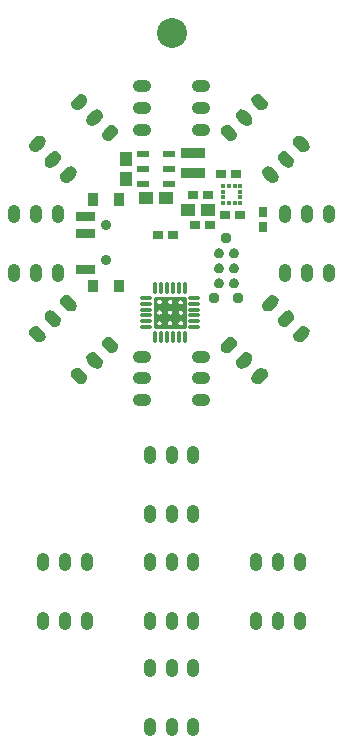
<source format=gts>
G04 DipTrace 2.4.0.2*
%INfemale.gts*%
%MOMM*%
%ADD10C,0.25*%
%ADD20C,0.165*%
%ADD29R,1.0X0.5*%
%ADD47C,0.95*%
%ADD48C,0.9*%
%ADD49C,2.54*%
%ADD53R,0.3X0.325*%
%ADD54R,0.325X0.3*%
%ADD55R,0.75X0.95*%
%ADD56R,0.95X0.75*%
%ADD59O,1.05X1.55*%
%ADD60R,2.05X0.9*%
%ADD61R,1.15X1.05*%
%ADD62R,1.05X1.15*%
%ADD63O,1.55X1.05*%
%ADD67O,1.05X0.33*%
%ADD68O,0.33X1.05*%
%FSLAX53Y53*%
G04*
G71*
G90*
G75*
G01*
%LNTopMask*%
%LPD*%
X27116Y46292D2*
D20*
Y46311D1*
X27118Y46329D1*
X27122Y46347D1*
X27126Y46365D1*
X27132Y46383D1*
X27140Y46400D1*
X27148Y46417D1*
X27158Y46433D1*
X27169Y46449D1*
X27181Y46463D1*
X27194Y46477D1*
X27208Y46490D1*
X27223Y46502D1*
X27239Y46513D1*
X27255Y46523D1*
X27273Y46532D1*
X27290Y46539D1*
X27309Y46546D1*
X27327Y46551D1*
X27346Y46555D1*
X27366Y46557D1*
X27385Y46558D1*
X27405D1*
X27424Y46557D1*
X27444Y46555D1*
X27463Y46551D1*
X27481Y46546D1*
X27500Y46539D1*
X27518Y46532D1*
X27535Y46523D1*
X27551Y46513D1*
X27567Y46502D1*
X27582Y46490D1*
X27596Y46477D1*
X27609Y46463D1*
X27621Y46449D1*
X27632Y46433D1*
X27642Y46417D1*
X27650Y46400D1*
X27658Y46383D1*
X27664Y46365D1*
X27668Y46347D1*
X27672Y46329D1*
X27674Y46311D1*
Y46292D1*
Y46273D1*
X27672Y46255D1*
X27668Y46237D1*
X27664Y46218D1*
X27658Y46201D1*
X27650Y46184D1*
X27642Y46167D1*
X27632Y46151D1*
X27621Y46135D1*
X27609Y46121D1*
X27596Y46107D1*
X27582Y46094D1*
X27567Y46082D1*
X27551Y46071D1*
X27535Y46061D1*
X27518Y46052D1*
X27500Y46045D1*
X27481Y46038D1*
X27463Y46033D1*
X27444Y46029D1*
X27424Y46027D1*
X27405Y46026D1*
X27385D1*
X27366Y46027D1*
X27346Y46029D1*
X27327Y46033D1*
X27309Y46038D1*
X27290Y46045D1*
X27273Y46052D1*
X27255Y46061D1*
X27239Y46071D1*
X27223Y46082D1*
X27208Y46094D1*
X27194Y46107D1*
X27181Y46121D1*
X27169Y46135D1*
X27158Y46151D1*
X27148Y46167D1*
X27140Y46184D1*
X27132Y46201D1*
X27126Y46218D1*
X27122Y46237D1*
X27118Y46255D1*
X27116Y46273D1*
Y46292D1*
Y45389D2*
Y45407D1*
X27118Y45426D1*
X27122Y45444D1*
X27126Y45462D1*
X27132Y45480D1*
X27140Y45497D1*
X27148Y45514D1*
X27158Y45530D1*
X27169Y45545D1*
X27181Y45560D1*
X27194Y45574D1*
X27208Y45587D1*
X27223Y45599D1*
X27239Y45610D1*
X27255Y45620D1*
X27273Y45628D1*
X27290Y45636D1*
X27309Y45642D1*
X27327Y45647D1*
X27346Y45651D1*
X27366Y45654D1*
X27385Y45655D1*
X27405D1*
X27424Y45654D1*
X27444Y45651D1*
X27463Y45647D1*
X27481Y45642D1*
X27500Y45636D1*
X27518Y45628D1*
X27535Y45620D1*
X27551Y45610D1*
X27567Y45599D1*
X27582Y45587D1*
X27596Y45574D1*
X27609Y45560D1*
X27621Y45545D1*
X27632Y45530D1*
X27642Y45514D1*
X27650Y45497D1*
X27658Y45480D1*
X27664Y45462D1*
X27668Y45444D1*
X27672Y45426D1*
X27674Y45407D1*
Y45389D1*
Y45370D1*
X27672Y45352D1*
X27668Y45333D1*
X27664Y45315D1*
X27658Y45298D1*
X27650Y45280D1*
X27642Y45264D1*
X27632Y45247D1*
X27621Y45232D1*
X27609Y45217D1*
X27596Y45203D1*
X27582Y45191D1*
X27567Y45179D1*
X27551Y45168D1*
X27535Y45158D1*
X27518Y45149D1*
X27500Y45141D1*
X27481Y45135D1*
X27463Y45130D1*
X27444Y45126D1*
X27424Y45124D1*
X27405Y45122D1*
X27385D1*
X27366Y45124D1*
X27346Y45126D1*
X27327Y45130D1*
X27309Y45135D1*
X27290Y45141D1*
X27273Y45149D1*
X27255Y45158D1*
X27239Y45168D1*
X27223Y45179D1*
X27208Y45191D1*
X27194Y45203D1*
X27181Y45217D1*
X27169Y45232D1*
X27158Y45247D1*
X27148Y45264D1*
X27140Y45280D1*
X27132Y45298D1*
X27126Y45315D1*
X27122Y45333D1*
X27118Y45352D1*
X27116Y45370D1*
Y45389D1*
X26219Y47199D2*
X26220Y47217D1*
X26222Y47236D1*
X26225Y47254D1*
X26230Y47272D1*
X26236Y47290D1*
X26243Y47307D1*
X26252Y47324D1*
X26261Y47340D1*
X26272Y47355D1*
X26284Y47370D1*
X26297Y47384D1*
X26311Y47397D1*
X26326Y47409D1*
X26342Y47420D1*
X26359Y47430D1*
X26376Y47438D1*
X26394Y47446D1*
X26412Y47452D1*
X26431Y47457D1*
X26450Y47461D1*
X26469Y47464D1*
X26489Y47465D1*
X26508D1*
X26528Y47464D1*
X26547Y47461D1*
X26566Y47457D1*
X26585Y47452D1*
X26603Y47446D1*
X26621Y47438D1*
X26638Y47430D1*
X26655Y47420D1*
X26671Y47409D1*
X26685Y47397D1*
X26699Y47384D1*
X26713Y47370D1*
X26725Y47355D1*
X26735Y47340D1*
X26745Y47324D1*
X26754Y47307D1*
X26761Y47290D1*
X26767Y47272D1*
X26772Y47254D1*
X26775Y47236D1*
X26777Y47217D1*
X26778Y47199D1*
X26777Y47180D1*
X26775Y47162D1*
X26772Y47143D1*
X26767Y47125D1*
X26761Y47107D1*
X26754Y47090D1*
X26745Y47073D1*
X26735Y47057D1*
X26725Y47042D1*
X26713Y47027D1*
X26699Y47013D1*
X26685Y47000D1*
X26671Y46989D1*
X26655Y46978D1*
X26638Y46968D1*
X26621Y46959D1*
X26603Y46951D1*
X26585Y46945D1*
X26566Y46940D1*
X26547Y46936D1*
X26528Y46933D1*
X26508Y46932D1*
X26489D1*
X26469Y46933D1*
X26450Y46936D1*
X26431Y46940D1*
X26412Y46945D1*
X26394Y46951D1*
X26376Y46959D1*
X26359Y46968D1*
X26342Y46978D1*
X26326Y46989D1*
X26311Y47000D1*
X26297Y47013D1*
X26284Y47027D1*
X26272Y47042D1*
X26261Y47057D1*
X26252Y47073D1*
X26243Y47090D1*
X26236Y47107D1*
X26230Y47125D1*
X26225Y47143D1*
X26222Y47162D1*
X26220Y47180D1*
X26219Y47199D1*
X26216Y46299D2*
X26217Y46317D1*
X26219Y46336D1*
X26222Y46354D1*
X26227Y46372D1*
X26233Y46390D1*
X26240Y46407D1*
X26249Y46424D1*
X26258Y46440D1*
X26269Y46455D1*
X26281Y46470D1*
X26294Y46484D1*
X26308Y46497D1*
X26323Y46509D1*
X26339Y46520D1*
X26356Y46530D1*
X26373Y46538D1*
X26391Y46546D1*
X26409Y46552D1*
X26428Y46557D1*
X26447Y46561D1*
X26466Y46564D1*
X26485Y46565D1*
X26505D1*
X26524Y46564D1*
X26544Y46561D1*
X26563Y46557D1*
X26581Y46552D1*
X26600Y46546D1*
X26618Y46538D1*
X26635Y46530D1*
X26651Y46520D1*
X26667Y46509D1*
X26682Y46497D1*
X26696Y46484D1*
X26709Y46470D1*
X26721Y46455D1*
X26732Y46440D1*
X26742Y46424D1*
X26750Y46407D1*
X26758Y46390D1*
X26764Y46372D1*
X26768Y46354D1*
X26772Y46336D1*
X26774Y46317D1*
Y46299D1*
Y46280D1*
X26772Y46262D1*
X26768Y46243D1*
X26764Y46225D1*
X26758Y46208D1*
X26750Y46190D1*
X26742Y46174D1*
X26732Y46157D1*
X26721Y46142D1*
X26709Y46127D1*
X26696Y46114D1*
X26682Y46101D1*
X26667Y46089D1*
X26651Y46078D1*
X26635Y46068D1*
X26618Y46059D1*
X26600Y46052D1*
X26581Y46045D1*
X26563Y46040D1*
X26544Y46036D1*
X26524Y46034D1*
X26505Y46032D1*
X26485D1*
X26466Y46034D1*
X26447Y46036D1*
X26428Y46040D1*
X26409Y46045D1*
X26391Y46052D1*
X26373Y46059D1*
X26356Y46068D1*
X26339Y46078D1*
X26323Y46089D1*
X26308Y46101D1*
X26294Y46114D1*
X26281Y46127D1*
X26269Y46142D1*
X26258Y46157D1*
X26249Y46174D1*
X26240Y46190D1*
X26233Y46208D1*
X26227Y46225D1*
X26222Y46243D1*
X26219Y46262D1*
X26217Y46280D1*
X26216Y46299D1*
Y46289D2*
X26217Y46307D1*
X26219Y46326D1*
X26222Y46344D1*
X26227Y46362D1*
X26233Y46380D1*
X26240Y46397D1*
X26249Y46414D1*
X26258Y46430D1*
X26269Y46445D1*
X26281Y46460D1*
X26294Y46474D1*
X26308Y46487D1*
X26323Y46499D1*
X26339Y46510D1*
X26356Y46519D1*
X26373Y46528D1*
X26391Y46536D1*
X26409Y46542D1*
X26428Y46547D1*
X26447Y46551D1*
X26466Y46554D1*
X26485Y46555D1*
X26505D1*
X26524Y46554D1*
X26544Y46551D1*
X26563Y46547D1*
X26581Y46542D1*
X26600Y46536D1*
X26618Y46528D1*
X26635Y46519D1*
X26651Y46510D1*
X26667Y46499D1*
X26682Y46487D1*
X26696Y46474D1*
X26709Y46460D1*
X26721Y46445D1*
X26732Y46430D1*
X26742Y46414D1*
X26750Y46397D1*
X26758Y46380D1*
X26764Y46362D1*
X26768Y46344D1*
X26772Y46326D1*
X26774Y46307D1*
Y46289D1*
Y46270D1*
X26772Y46251D1*
X26768Y46233D1*
X26764Y46215D1*
X26758Y46197D1*
X26750Y46180D1*
X26742Y46163D1*
X26732Y46147D1*
X26721Y46132D1*
X26709Y46117D1*
X26696Y46103D1*
X26682Y46090D1*
X26667Y46078D1*
X26651Y46068D1*
X26635Y46058D1*
X26618Y46049D1*
X26600Y46041D1*
X26581Y46035D1*
X26563Y46030D1*
X26544Y46026D1*
X26524Y46023D1*
X26505Y46022D1*
X26485D1*
X26466Y46023D1*
X26447Y46026D1*
X26428Y46030D1*
X26409Y46035D1*
X26391Y46041D1*
X26373Y46049D1*
X26356Y46058D1*
X26339Y46068D1*
X26323Y46078D1*
X26308Y46090D1*
X26294Y46103D1*
X26281Y46117D1*
X26269Y46132D1*
X26258Y46147D1*
X26249Y46163D1*
X26240Y46180D1*
X26233Y46197D1*
X26227Y46215D1*
X26222Y46233D1*
X26219Y46251D1*
X26217Y46270D1*
X26216Y46289D1*
X26223Y45392D2*
Y45411D1*
X26225Y45429D1*
X26229Y45448D1*
X26233Y45466D1*
X26239Y45483D1*
X26247Y45501D1*
X26255Y45517D1*
X26265Y45533D1*
X26276Y45549D1*
X26288Y45563D1*
X26301Y45577D1*
X26315Y45590D1*
X26330Y45602D1*
X26346Y45613D1*
X26362Y45623D1*
X26379Y45632D1*
X26397Y45639D1*
X26415Y45646D1*
X26434Y45651D1*
X26453Y45655D1*
X26473Y45657D1*
X26492Y45659D1*
X26511D1*
X26531Y45657D1*
X26550Y45655D1*
X26569Y45651D1*
X26588Y45646D1*
X26606Y45639D1*
X26624Y45632D1*
X26641Y45623D1*
X26658Y45613D1*
X26674Y45602D1*
X26689Y45590D1*
X26703Y45577D1*
X26716Y45563D1*
X26728Y45549D1*
X26739Y45533D1*
X26748Y45517D1*
X26757Y45501D1*
X26764Y45483D1*
X26770Y45466D1*
X26775Y45448D1*
X26778Y45429D1*
X26780Y45411D1*
X26781Y45392D1*
X26780Y45373D1*
X26778Y45355D1*
X26775Y45337D1*
X26770Y45319D1*
X26764Y45301D1*
X26757Y45284D1*
X26748Y45267D1*
X26739Y45251D1*
X26728Y45235D1*
X26716Y45221D1*
X26703Y45207D1*
X26689Y45194D1*
X26674Y45182D1*
X26658Y45171D1*
X26641Y45161D1*
X26624Y45152D1*
X26606Y45145D1*
X26588Y45139D1*
X26569Y45133D1*
X26550Y45130D1*
X26531Y45127D1*
X26511Y45126D1*
X26492D1*
X26473Y45127D1*
X26453Y45130D1*
X26434Y45133D1*
X26415Y45139D1*
X26397Y45145D1*
X26379Y45152D1*
X26362Y45161D1*
X26346Y45171D1*
X26330Y45182D1*
X26315Y45194D1*
X26301Y45207D1*
X26288Y45221D1*
X26276Y45235D1*
X26265Y45251D1*
X26255Y45267D1*
X26247Y45284D1*
X26239Y45301D1*
X26233Y45319D1*
X26229Y45337D1*
X26225Y45355D1*
X26223Y45373D1*
Y45392D1*
X25316Y46295D2*
Y46314D1*
X25318Y46332D1*
X25322Y46351D1*
X25327Y46369D1*
X25333Y46387D1*
X25340Y46404D1*
X25348Y46421D1*
X25358Y46437D1*
X25369Y46452D1*
X25381Y46467D1*
X25394Y46481D1*
X25408Y46493D1*
X25423Y46505D1*
X25439Y46516D1*
X25455Y46526D1*
X25473Y46535D1*
X25490Y46543D1*
X25509Y46549D1*
X25527Y46554D1*
X25546Y46558D1*
X25566Y46561D1*
X25585Y46562D1*
X25605D1*
X25624Y46561D1*
X25643Y46558D1*
X25663Y46554D1*
X25681Y46549D1*
X25700Y46543D1*
X25717Y46535D1*
X25735Y46526D1*
X25751Y46516D1*
X25767Y46505D1*
X25782Y46493D1*
X25796Y46481D1*
X25809Y46467D1*
X25821Y46452D1*
X25832Y46437D1*
X25842Y46421D1*
X25850Y46404D1*
X25857Y46387D1*
X25863Y46369D1*
X25868Y46351D1*
X25871Y46332D1*
X25874Y46314D1*
Y46295D1*
Y46277D1*
X25871Y46258D1*
X25868Y46240D1*
X25863Y46222D1*
X25857Y46204D1*
X25850Y46187D1*
X25842Y46170D1*
X25832Y46154D1*
X25821Y46139D1*
X25809Y46124D1*
X25796Y46110D1*
X25782Y46097D1*
X25767Y46085D1*
X25751Y46074D1*
X25735Y46064D1*
X25717Y46056D1*
X25700Y46048D1*
X25681Y46042D1*
X25663Y46037D1*
X25643Y46033D1*
X25624Y46030D1*
X25605Y46029D1*
X25585D1*
X25566Y46030D1*
X25546Y46033D1*
X25527Y46037D1*
X25509Y46042D1*
X25490Y46048D1*
X25473Y46056D1*
X25455Y46064D1*
X25439Y46074D1*
X25423Y46085D1*
X25408Y46097D1*
X25394Y46110D1*
X25381Y46124D1*
X25369Y46139D1*
X25358Y46154D1*
X25348Y46170D1*
X25340Y46187D1*
X25333Y46204D1*
X25327Y46222D1*
X25322Y46240D1*
X25318Y46258D1*
X25316Y46277D1*
Y46295D1*
Y47192D2*
Y47210D1*
X25318Y47229D1*
X25322Y47247D1*
X25327Y47265D1*
X25333Y47283D1*
X25340Y47300D1*
X25348Y47317D1*
X25358Y47333D1*
X25369Y47349D1*
X25381Y47363D1*
X25394Y47377D1*
X25408Y47390D1*
X25423Y47402D1*
X25439Y47413D1*
X25455Y47423D1*
X25473Y47431D1*
X25490Y47439D1*
X25509Y47445D1*
X25527Y47451D1*
X25546Y47454D1*
X25566Y47457D1*
X25585Y47458D1*
X25605D1*
X25624Y47457D1*
X25643Y47454D1*
X25663Y47451D1*
X25681Y47445D1*
X25700Y47439D1*
X25717Y47431D1*
X25735Y47423D1*
X25751Y47413D1*
X25767Y47402D1*
X25782Y47390D1*
X25796Y47377D1*
X25809Y47363D1*
X25821Y47349D1*
X25832Y47333D1*
X25842Y47317D1*
X25850Y47300D1*
X25857Y47283D1*
X25863Y47265D1*
X25868Y47247D1*
X25871Y47229D1*
X25874Y47210D1*
Y47192D1*
Y47173D1*
X25871Y47155D1*
X25868Y47136D1*
X25863Y47118D1*
X25857Y47101D1*
X25850Y47083D1*
X25842Y47067D1*
X25832Y47051D1*
X25821Y47035D1*
X25809Y47020D1*
X25796Y47007D1*
X25782Y46994D1*
X25767Y46982D1*
X25751Y46971D1*
X25735Y46961D1*
X25717Y46952D1*
X25700Y46945D1*
X25681Y46938D1*
X25663Y46933D1*
X25643Y46929D1*
X25624Y46927D1*
X25605Y46925D1*
X25585D1*
X25566Y46927D1*
X25546Y46929D1*
X25527Y46933D1*
X25509Y46938D1*
X25490Y46945D1*
X25473Y46952D1*
X25455Y46961D1*
X25439Y46971D1*
X25423Y46982D1*
X25408Y46994D1*
X25394Y47007D1*
X25381Y47020D1*
X25369Y47035D1*
X25358Y47051D1*
X25348Y47067D1*
X25340Y47083D1*
X25333Y47101D1*
X25327Y47118D1*
X25322Y47136D1*
X25318Y47155D1*
X25316Y47173D1*
Y47192D1*
Y45389D2*
Y45407D1*
X25318Y45426D1*
X25322Y45444D1*
X25327Y45462D1*
X25333Y45480D1*
X25340Y45497D1*
X25348Y45514D1*
X25358Y45530D1*
X25369Y45545D1*
X25381Y45560D1*
X25394Y45574D1*
X25408Y45587D1*
X25423Y45599D1*
X25439Y45610D1*
X25455Y45620D1*
X25473Y45628D1*
X25490Y45636D1*
X25509Y45642D1*
X25527Y45647D1*
X25546Y45651D1*
X25566Y45654D1*
X25585Y45655D1*
X25605D1*
X25624Y45654D1*
X25643Y45651D1*
X25663Y45647D1*
X25681Y45642D1*
X25700Y45636D1*
X25717Y45628D1*
X25735Y45620D1*
X25751Y45610D1*
X25767Y45599D1*
X25782Y45587D1*
X25796Y45574D1*
X25809Y45560D1*
X25821Y45545D1*
X25832Y45530D1*
X25842Y45514D1*
X25850Y45497D1*
X25857Y45480D1*
X25863Y45462D1*
X25868Y45444D1*
X25871Y45426D1*
X25874Y45407D1*
Y45389D1*
Y45370D1*
X25871Y45352D1*
X25868Y45333D1*
X25863Y45315D1*
X25857Y45298D1*
X25850Y45280D1*
X25842Y45264D1*
X25832Y45247D1*
X25821Y45232D1*
X25809Y45217D1*
X25796Y45203D1*
X25782Y45191D1*
X25767Y45179D1*
X25751Y45168D1*
X25735Y45158D1*
X25717Y45149D1*
X25700Y45141D1*
X25681Y45135D1*
X25663Y45130D1*
X25643Y45126D1*
X25624Y45124D1*
X25605Y45122D1*
X25585D1*
X25566Y45124D1*
X25546Y45126D1*
X25527Y45130D1*
X25509Y45135D1*
X25490Y45141D1*
X25473Y45149D1*
X25455Y45158D1*
X25439Y45168D1*
X25423Y45179D1*
X25408Y45191D1*
X25394Y45203D1*
X25381Y45217D1*
X25369Y45232D1*
X25358Y45247D1*
X25348Y45264D1*
X25340Y45280D1*
X25333Y45298D1*
X25327Y45315D1*
X25322Y45333D1*
X25318Y45352D1*
X25316Y45370D1*
Y45389D1*
X27765Y47549D2*
D10*
X25238D1*
Y45058D1*
X27765D1*
Y47549D1*
G36*
X27705Y46955D2*
X25322D1*
Y46475D1*
X27705D1*
Y46955D1*
G37*
G36*
X26299Y47512D2*
X25832D1*
Y45035D1*
X26299D1*
Y47512D1*
G37*
G36*
X27158Y47495D2*
X26692D1*
Y45135D1*
X27158D1*
Y47495D1*
G37*
G36*
X27798Y46065D2*
X25328D1*
Y45592D1*
X27798D1*
Y46065D1*
G37*
X27102Y47165D2*
D20*
X27103Y47184D1*
X27105Y47202D1*
X27108Y47221D1*
X27113Y47239D1*
X27119Y47256D1*
X27126Y47274D1*
X27135Y47290D1*
X27145Y47306D1*
X27156Y47322D1*
X27168Y47337D1*
X27181Y47350D1*
X27195Y47363D1*
X27210Y47375D1*
X27225Y47386D1*
X27242Y47396D1*
X27259Y47405D1*
X27277Y47412D1*
X27295Y47419D1*
X27314Y47424D1*
X27333Y47428D1*
X27353Y47430D1*
X27372Y47432D1*
X27392D1*
X27411Y47430D1*
X27430Y47428D1*
X27449Y47424D1*
X27468Y47419D1*
X27486Y47412D1*
X27504Y47405D1*
X27521Y47396D1*
X27538Y47386D1*
X27554Y47375D1*
X27569Y47363D1*
X27583Y47350D1*
X27596Y47337D1*
X27608Y47322D1*
X27619Y47306D1*
X27629Y47290D1*
X27637Y47274D1*
X27644Y47256D1*
X27650Y47239D1*
X27655Y47221D1*
X27659Y47202D1*
X27661Y47184D1*
Y47165D1*
Y47147D1*
X27659Y47128D1*
X27655Y47110D1*
X27650Y47092D1*
X27644Y47074D1*
X27637Y47057D1*
X27629Y47040D1*
X27619Y47024D1*
X27608Y47008D1*
X27596Y46994D1*
X27583Y46980D1*
X27569Y46967D1*
X27554Y46955D1*
X27538Y46944D1*
X27521Y46934D1*
X27504Y46926D1*
X27486Y46918D1*
X27468Y46912D1*
X27449Y46906D1*
X27430Y46903D1*
X27411Y46900D1*
X27392Y46899D1*
X27372D1*
X27353Y46900D1*
X27333Y46903D1*
X27314Y46906D1*
X27295Y46912D1*
X27277Y46918D1*
X27259Y46926D1*
X27242Y46934D1*
X27225Y46944D1*
X27210Y46955D1*
X27195Y46967D1*
X27181Y46980D1*
X27168Y46994D1*
X27156Y47008D1*
X27145Y47024D1*
X27135Y47040D1*
X27126Y47057D1*
X27119Y47074D1*
X27113Y47092D1*
X27108Y47110D1*
X27105Y47128D1*
X27103Y47147D1*
X27102Y47165D1*
D68*
X27748Y48338D3*
X27248D3*
X26748D3*
X26248D3*
X25748D3*
X25248D3*
D67*
X24448Y47538D3*
Y47038D3*
Y46538D3*
Y46038D3*
Y45538D3*
Y45038D3*
D68*
X25248Y44238D3*
X25748D3*
X26248D3*
X26748D3*
X27248D3*
X27748D3*
D67*
X28548Y45038D3*
Y45538D3*
Y46038D3*
Y46538D3*
Y47038D3*
Y47538D3*
D29*
X24193Y59731D3*
Y58431D3*
Y57131D3*
X26393D3*
Y58431D3*
Y59731D3*
G36*
X31887Y50890D2*
X31960Y50896D1*
X32031Y50915D1*
X32097Y50946D1*
X32157Y50988D1*
X32208Y51040D1*
X32250Y51099D1*
X32281Y51166D1*
X32300Y51236D1*
X32306Y51309D1*
D1*
X32300Y51382D1*
X32281Y51452D1*
X32250Y51518D1*
X32208Y51578D1*
X32157Y51630D1*
X32097Y51672D1*
X32031Y51702D1*
X31960Y51721D1*
X31887Y51728D1*
D1*
X31815Y51721D1*
X31744Y51702D1*
X31678Y51672D1*
X31618Y51630D1*
X31567Y51578D1*
X31525Y51518D1*
X31494Y51452D1*
X31475Y51382D1*
X31469Y51309D1*
D1*
X31475Y51236D1*
X31494Y51166D1*
X31525Y51099D1*
X31567Y51040D1*
X31618Y50988D1*
X31678Y50946D1*
X31744Y50915D1*
X31815Y50896D1*
X31887Y50890D1*
G37*
G36*
Y49620D2*
X31960Y49626D1*
X32031Y49645D1*
X32097Y49676D1*
X32157Y49718D1*
X32208Y49770D1*
X32250Y49829D1*
X32281Y49896D1*
X32300Y49966D1*
X32306Y50039D1*
D1*
X32300Y50112D1*
X32281Y50182D1*
X32250Y50248D1*
X32208Y50308D1*
X32157Y50360D1*
X32097Y50402D1*
X32031Y50432D1*
X31960Y50451D1*
X31887Y50458D1*
D1*
X31815Y50451D1*
X31744Y50432D1*
X31678Y50402D1*
X31618Y50360D1*
X31567Y50308D1*
X31525Y50248D1*
X31494Y50182D1*
X31475Y50112D1*
X31469Y50039D1*
D1*
X31475Y49966D1*
X31494Y49896D1*
X31525Y49829D1*
X31567Y49770D1*
X31618Y49718D1*
X31678Y49676D1*
X31744Y49645D1*
X31815Y49626D1*
X31887Y49620D1*
G37*
G36*
Y48350D2*
X31960Y48356D1*
X32031Y48375D1*
X32097Y48406D1*
X32157Y48448D1*
X32208Y48500D1*
X32250Y48559D1*
X32281Y48626D1*
X32300Y48696D1*
X32306Y48769D1*
D1*
X32300Y48842D1*
X32281Y48912D1*
X32250Y48978D1*
X32208Y49038D1*
X32157Y49090D1*
X32097Y49132D1*
X32031Y49162D1*
X31960Y49181D1*
X31887Y49188D1*
D1*
X31815Y49181D1*
X31744Y49162D1*
X31678Y49132D1*
X31618Y49090D1*
X31567Y49038D1*
X31525Y48978D1*
X31494Y48912D1*
X31475Y48842D1*
X31469Y48769D1*
D1*
X31475Y48696D1*
X31494Y48626D1*
X31525Y48559D1*
X31567Y48500D1*
X31618Y48448D1*
X31678Y48406D1*
X31744Y48375D1*
X31815Y48356D1*
X31887Y48350D1*
G37*
G36*
X30617D2*
X30690Y48356D1*
X30761Y48375D1*
X30827Y48406D1*
X30887Y48448D1*
X30938Y48500D1*
X30980Y48559D1*
X31011Y48626D1*
X31030Y48696D1*
X31036Y48769D1*
D1*
X31030Y48842D1*
X31011Y48912D1*
X30980Y48978D1*
X30938Y49038D1*
X30887Y49090D1*
X30827Y49132D1*
X30761Y49162D1*
X30690Y49181D1*
X30617Y49188D1*
D1*
X30545Y49181D1*
X30474Y49162D1*
X30408Y49132D1*
X30348Y49090D1*
X30297Y49038D1*
X30255Y48978D1*
X30224Y48912D1*
X30205Y48842D1*
X30199Y48769D1*
D1*
X30205Y48696D1*
X30224Y48626D1*
X30255Y48559D1*
X30297Y48500D1*
X30348Y48448D1*
X30408Y48406D1*
X30474Y48375D1*
X30545Y48356D1*
X30617Y48350D1*
G37*
G36*
Y49620D2*
X30690Y49626D1*
X30761Y49645D1*
X30827Y49676D1*
X30887Y49718D1*
X30938Y49770D1*
X30980Y49829D1*
X31011Y49896D1*
X31030Y49966D1*
X31036Y50039D1*
D1*
X31030Y50112D1*
X31011Y50182D1*
X30980Y50248D1*
X30938Y50308D1*
X30887Y50360D1*
X30827Y50402D1*
X30761Y50432D1*
X30690Y50451D1*
X30617Y50458D1*
D1*
X30545Y50451D1*
X30474Y50432D1*
X30408Y50402D1*
X30348Y50360D1*
X30297Y50308D1*
X30255Y50248D1*
X30224Y50182D1*
X30205Y50112D1*
X30199Y50039D1*
D1*
X30205Y49966D1*
X30224Y49896D1*
X30255Y49829D1*
X30297Y49770D1*
X30348Y49718D1*
X30408Y49676D1*
X30474Y49645D1*
X30545Y49626D1*
X30617Y49620D1*
G37*
G36*
Y50890D2*
X30690Y50896D1*
X30761Y50915D1*
X30827Y50946D1*
X30887Y50988D1*
X30938Y51040D1*
X30980Y51099D1*
X31011Y51166D1*
X31030Y51236D1*
X31036Y51309D1*
D1*
X31030Y51382D1*
X31011Y51452D1*
X30980Y51518D1*
X30938Y51578D1*
X30887Y51630D1*
X30827Y51672D1*
X30761Y51702D1*
X30690Y51721D1*
X30617Y51728D1*
D1*
X30545Y51721D1*
X30474Y51702D1*
X30408Y51672D1*
X30348Y51630D1*
X30297Y51578D1*
X30255Y51518D1*
X30224Y51452D1*
X30205Y51382D1*
X30199Y51309D1*
D1*
X30205Y51236D1*
X30224Y51166D1*
X30255Y51099D1*
X30297Y51040D1*
X30348Y50988D1*
X30408Y50946D1*
X30474Y50915D1*
X30545Y50896D1*
X30617Y50890D1*
G37*
D47*
X31252Y52579D3*
X32268Y47499D3*
X30236D3*
D63*
X29118Y38855D3*
Y40705D3*
Y42555D3*
X24118D3*
Y40705D3*
Y38855D3*
D62*
X22758Y59261D3*
Y57561D3*
D61*
X26131Y55949D3*
X24431D3*
D60*
X28452Y59786D3*
Y58086D3*
G36*
X18599Y40376D2*
X18795Y40253D1*
X19027Y40227D1*
X19248Y40304D1*
X19413Y40470D1*
X19491Y40691D1*
X19465Y40923D1*
X19342Y41119D1*
X18984Y41476D1*
X18788Y41599D1*
X18556Y41625D1*
X18335Y41548D1*
X18170Y41383D1*
X18092Y41162D1*
X18119Y40929D1*
X18242Y40734D1*
X18599Y40376D1*
G37*
G36*
X19907Y41684D2*
X20103Y41561D1*
X20335Y41535D1*
X20556Y41612D1*
X20722Y41778D1*
X20799Y41999D1*
X20773Y42231D1*
X20650Y42427D1*
X20292Y42784D1*
X20097Y42907D1*
X19864Y42933D1*
X19643Y42856D1*
X19478Y42691D1*
X19401Y42470D1*
X19427Y42237D1*
X19550Y42042D1*
X19907Y41684D1*
G37*
G36*
X21215Y42992D2*
X21411Y42870D1*
X21644Y42843D1*
X21864Y42921D1*
X22030Y43086D1*
X22107Y43307D1*
X22081Y43539D1*
X21958Y43735D1*
X21600Y44092D1*
X21405Y44215D1*
X21172Y44242D1*
X20951Y44164D1*
X20786Y43999D1*
X20709Y43778D1*
X20735Y43546D1*
X20858Y43350D1*
X21215Y42992D1*
G37*
G36*
X17680Y46528D2*
X17876Y46405D1*
X18108Y46379D1*
X18329Y46456D1*
X18494Y46622D1*
X18571Y46842D1*
X18545Y47075D1*
X18422Y47270D1*
X18065Y47628D1*
X17869Y47751D1*
X17637Y47777D1*
X17416Y47700D1*
X17250Y47534D1*
X17173Y47314D1*
X17199Y47081D1*
X17322Y46886D1*
X17680Y46528D1*
G37*
G36*
X16372Y45220D2*
X16567Y45097D1*
X16800Y45071D1*
X17021Y45148D1*
X17186Y45313D1*
X17263Y45534D1*
X17237Y45767D1*
X17114Y45962D1*
X16757Y46320D1*
X16561Y46443D1*
X16329Y46469D1*
X16108Y46392D1*
X15942Y46226D1*
X15865Y46005D1*
X15891Y45773D1*
X16014Y45577D1*
X16372Y45220D1*
G37*
G36*
X15064Y43912D2*
X15259Y43789D1*
X15492Y43763D1*
X15713Y43840D1*
X15878Y44005D1*
X15955Y44226D1*
X15929Y44459D1*
X15806Y44654D1*
X15449Y45012D1*
X15253Y45135D1*
X15020Y45161D1*
X14800Y45084D1*
X14634Y44918D1*
X14557Y44697D1*
X14583Y44465D1*
X14706Y44269D1*
X15064Y43912D1*
G37*
D59*
X13309Y49664D3*
X15159D3*
X17009D3*
Y54664D3*
X15159D3*
X13309D3*
G36*
X14706Y60766D2*
X14583Y60570D1*
X14557Y60338D1*
X14634Y60117D1*
X14800Y59952D1*
X15020Y59874D1*
X15253Y59901D1*
X15449Y60023D1*
X15806Y60381D1*
X15929Y60577D1*
X15955Y60809D1*
X15878Y61030D1*
X15713Y61195D1*
X15492Y61273D1*
X15259Y61246D1*
X15064Y61123D1*
X14706Y60766D1*
G37*
G36*
X16014Y59458D2*
X15891Y59262D1*
X15865Y59030D1*
X15942Y58809D1*
X16108Y58643D1*
X16329Y58566D1*
X16561Y58592D1*
X16757Y58715D1*
X17114Y59073D1*
X17237Y59268D1*
X17263Y59501D1*
X17186Y59722D1*
X17021Y59887D1*
X16800Y59964D1*
X16567Y59938D1*
X16372Y59815D1*
X16014Y59458D1*
G37*
G36*
X17322Y58150D2*
X17199Y57954D1*
X17173Y57722D1*
X17251Y57501D1*
X17416Y57335D1*
X17637Y57258D1*
X17869Y57284D1*
X18065Y57407D1*
X18422Y57765D1*
X18545Y57960D1*
X18571Y58193D1*
X18494Y58414D1*
X18329Y58579D1*
X18108Y58656D1*
X17876Y58630D1*
X17680Y58507D1*
X17322Y58150D1*
G37*
G36*
X20858Y61685D2*
X20735Y61490D1*
X20709Y61257D1*
X20786Y61036D1*
X20951Y60871D1*
X21172Y60794D1*
X21405Y60820D1*
X21600Y60943D1*
X21958Y61300D1*
X22081Y61496D1*
X22107Y61728D1*
X22030Y61949D1*
X21864Y62115D1*
X21644Y62192D1*
X21411Y62166D1*
X21215Y62043D1*
X20858Y61685D1*
G37*
G36*
X19550Y62993D2*
X19427Y62798D1*
X19401Y62565D1*
X19478Y62344D1*
X19643Y62179D1*
X19864Y62102D1*
X20097Y62128D1*
X20292Y62251D1*
X20650Y62608D1*
X20773Y62804D1*
X20799Y63036D1*
X20722Y63257D1*
X20556Y63423D1*
X20335Y63500D1*
X20103Y63474D1*
X19907Y63351D1*
X19550Y62993D1*
G37*
G36*
X18242Y64301D2*
X18119Y64106D1*
X18092Y63873D1*
X18170Y63653D1*
X18335Y63487D1*
X18556Y63410D1*
X18788Y63436D1*
X18984Y63559D1*
X19342Y63917D1*
X19465Y64112D1*
X19491Y64345D1*
X19413Y64565D1*
X19248Y64731D1*
X19027Y64808D1*
X18795Y64782D1*
X18599Y64659D1*
X18242Y64301D1*
G37*
D63*
X24118Y65473D3*
Y63623D3*
Y61773D3*
X29118D3*
Y63623D3*
Y65473D3*
G36*
X34271Y64659D2*
X34075Y64782D1*
X33843Y64808D1*
X33622Y64731D1*
X33456Y64565D1*
X33379Y64345D1*
X33405Y64112D1*
X33528Y63917D1*
X33886Y63559D1*
X34082Y63436D1*
X34314Y63410D1*
X34535Y63487D1*
X34700Y63653D1*
X34777Y63873D1*
X34751Y64106D1*
X34628Y64301D1*
X34271Y64659D1*
G37*
G36*
X32963Y63351D2*
X32767Y63474D1*
X32535Y63500D1*
X32314Y63423D1*
X32148Y63257D1*
X32071Y63037D1*
X32097Y62804D1*
X32220Y62608D1*
X32578Y62251D1*
X32773Y62128D1*
X33006Y62102D1*
X33227Y62179D1*
X33392Y62344D1*
X33469Y62565D1*
X33443Y62798D1*
X33320Y62993D1*
X32963Y63351D1*
G37*
G36*
X31655Y62043D2*
X31459Y62166D1*
X31226Y62192D1*
X31006Y62115D1*
X30840Y61949D1*
X30763Y61728D1*
X30789Y61496D1*
X30912Y61300D1*
X31270Y60943D1*
X31465Y60820D1*
X31698Y60794D1*
X31919Y60871D1*
X32084Y61036D1*
X32161Y61257D1*
X32135Y61490D1*
X32012Y61685D1*
X31655Y62043D1*
G37*
G36*
X35190Y58507D2*
X34994Y58630D1*
X34762Y58656D1*
X34541Y58579D1*
X34376Y58414D1*
X34298Y58193D1*
X34325Y57960D1*
X34448Y57765D1*
X34805Y57407D1*
X35001Y57284D1*
X35233Y57258D1*
X35454Y57335D1*
X35619Y57501D1*
X35697Y57722D1*
X35671Y57954D1*
X35548Y58150D1*
X35190Y58507D1*
G37*
G36*
X36498Y59815D2*
X36303Y59938D1*
X36070Y59964D1*
X35849Y59887D1*
X35684Y59722D1*
X35607Y59501D1*
X35633Y59269D1*
X35756Y59073D1*
X36113Y58715D1*
X36309Y58592D1*
X36541Y58566D1*
X36762Y58643D1*
X36928Y58809D1*
X37005Y59030D1*
X36979Y59262D1*
X36856Y59458D1*
X36498Y59815D1*
G37*
G36*
X37806Y61123D2*
X37611Y61246D1*
X37378Y61273D1*
X37157Y61195D1*
X36992Y61030D1*
X36915Y60809D1*
X36941Y60577D1*
X37064Y60381D1*
X37421Y60023D1*
X37617Y59901D1*
X37850Y59874D1*
X38070Y59952D1*
X38236Y60117D1*
X38313Y60338D1*
X38287Y60570D1*
X38164Y60766D1*
X37806Y61123D1*
G37*
D59*
X39927Y54664D3*
X38077D3*
X36227D3*
Y49664D3*
X38077D3*
X39927D3*
G36*
X38164Y44269D2*
X38287Y44465D1*
X38313Y44697D1*
X38236Y44918D1*
X38070Y45084D1*
X37850Y45161D1*
X37617Y45135D1*
X37421Y45012D1*
X37064Y44654D1*
X36941Y44459D1*
X36915Y44226D1*
X36992Y44005D1*
X37157Y43840D1*
X37378Y43763D1*
X37611Y43789D1*
X37806Y43912D1*
X38164Y44269D1*
G37*
G36*
X36856Y45577D2*
X36979Y45773D1*
X37005Y46006D1*
X36928Y46226D1*
X36762Y46392D1*
X36541Y46469D1*
X36309Y46443D1*
X36113Y46320D1*
X35756Y45962D1*
X35633Y45767D1*
X35607Y45534D1*
X35684Y45313D1*
X35849Y45148D1*
X36070Y45071D1*
X36303Y45097D1*
X36498Y45220D1*
X36856Y45577D1*
G37*
G36*
X35548Y46886D2*
X35671Y47081D1*
X35697Y47314D1*
X35619Y47534D1*
X35454Y47700D1*
X35233Y47777D1*
X35001Y47751D1*
X34805Y47628D1*
X34448Y47270D1*
X34325Y47075D1*
X34298Y46842D1*
X34376Y46622D1*
X34541Y46456D1*
X34762Y46379D1*
X34994Y46405D1*
X35190Y46528D1*
X35548Y46886D1*
G37*
G36*
X32012Y43350D2*
X32135Y43546D1*
X32161Y43778D1*
X32084Y43999D1*
X31919Y44164D1*
X31698Y44242D1*
X31465Y44215D1*
X31270Y44092D1*
X30912Y43735D1*
X30789Y43539D1*
X30763Y43307D1*
X30840Y43086D1*
X31006Y42921D1*
X31226Y42843D1*
X31459Y42870D1*
X31655Y42992D1*
X32012Y43350D1*
G37*
G36*
X33320Y42042D2*
X33443Y42238D1*
X33469Y42470D1*
X33392Y42691D1*
X33227Y42856D1*
X33006Y42933D1*
X32773Y42907D1*
X32578Y42784D1*
X32220Y42427D1*
X32097Y42231D1*
X32071Y41999D1*
X32148Y41778D1*
X32314Y41612D1*
X32535Y41535D1*
X32767Y41561D1*
X32963Y41684D1*
X33320Y42042D1*
G37*
G36*
X34628Y40734D2*
X34751Y40929D1*
X34777Y41162D1*
X34700Y41383D1*
X34535Y41548D1*
X34314Y41625D1*
X34082Y41599D1*
X33886Y41476D1*
X33528Y41119D1*
X33405Y40923D1*
X33379Y40691D1*
X33457Y40470D1*
X33622Y40304D1*
X33843Y40227D1*
X34075Y40253D1*
X34271Y40376D1*
X34628Y40734D1*
G37*
G36*
X19567Y49070D2*
X20417D1*
Y48020D1*
X19567D1*
Y49070D1*
G37*
G36*
X21767D2*
X22617D1*
Y48020D1*
X21767D1*
Y49070D1*
G37*
G36*
Y56370D2*
X22617D1*
Y55320D1*
X21767D1*
Y56370D1*
G37*
G36*
X19567D2*
X20417D1*
Y55320D1*
X19567D1*
Y56370D1*
G37*
G36*
X18567Y54820D2*
X20117D1*
Y54070D1*
X18567D1*
Y54820D1*
G37*
G36*
Y53320D2*
X20117D1*
Y52570D1*
X18567D1*
Y53320D1*
G37*
G36*
Y50320D2*
X20117D1*
Y49570D1*
X18567D1*
Y50320D1*
G37*
D48*
X21092Y53695D3*
Y50695D3*
D59*
X28468Y34205D3*
X26618D3*
X24768D3*
Y29205D3*
X26618D3*
X28468D3*
Y25205D3*
X26618D3*
X24768D3*
Y20205D3*
X26618D3*
X28468D3*
Y16205D3*
X26618D3*
X24768D3*
Y11205D3*
X26618D3*
X28468D3*
X15768Y20205D3*
X17618D3*
X19468D3*
Y25205D3*
X17618D3*
X15768D3*
D56*
X26773Y52857D3*
X25473D3*
D55*
X34318Y54826D3*
Y53526D3*
D56*
X32406Y54510D3*
X31106D3*
X32089Y58000D3*
X30789D3*
X29867Y53674D3*
X28567D3*
X29704Y56201D3*
X28404D3*
D61*
X29712Y54944D3*
X28012D3*
D54*
X32448Y55528D3*
Y56028D3*
Y56528D3*
Y57028D3*
D53*
X31948D3*
X31448D3*
D54*
X30948D3*
Y56528D3*
Y56028D3*
Y55528D3*
D53*
X31448D3*
X31948D3*
D59*
X37468Y25205D3*
X35618D3*
X33768D3*
Y20205D3*
X35618D3*
X37468D3*
D49*
X26618Y69944D3*
M02*

</source>
